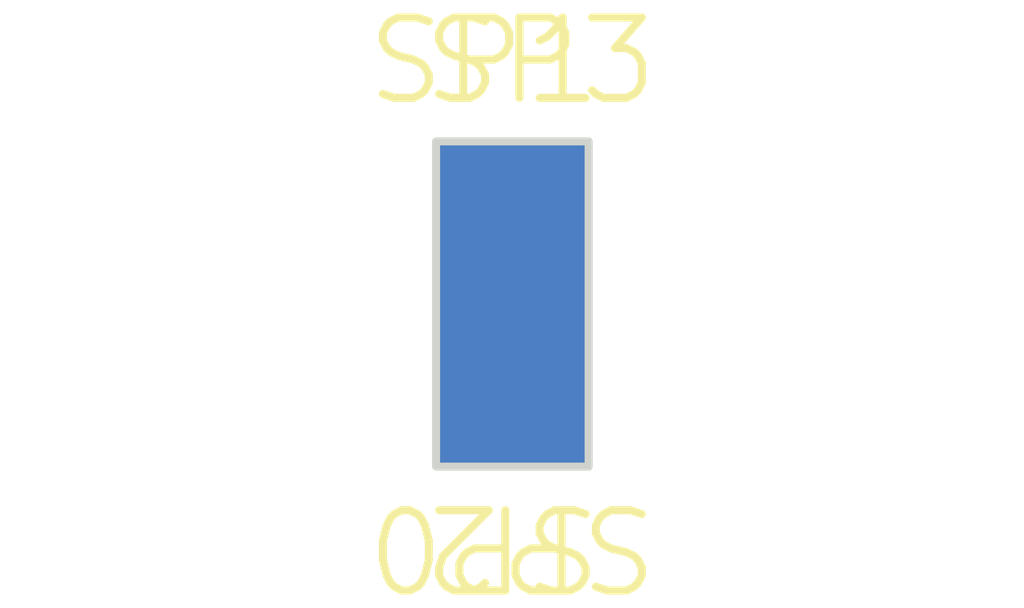
<source format=kicad_pcb>
(kicad_pcb (version 20240108) (generator "pcbnew") (generator_version "8.0")
  (layers (0 "F.Cu" signal) (31 "B.Cu" signal) (34 "B.Paste" user) (35 "F.Paste" user) (36 "B.SilkS" user "B.Silkscreen") (37 "F.SilkS" user "F.Silkscreen") (38 "B.Mask" user) (39 "F.Mask" user) (44 "Edge.Cuts" user))
  (net 0 "")
  (net 1 "/A_+")
  (net 2 "/A_-")
  (footprint "simulation_port:pad_0.5mm" (layer "F.Cu") (at 148.6 128.45)
    (property "Reference" "SP1" (at 0 -4.5 0) (layer "F.SilkS") (effects (font (thickness 0.1))))
    (property "Value" "Simulation_Port")
    (pad "1" smd roundrect (at 0 0) (size 0.5 0.5) (layers "F.Cu" "F.Paste" "F.Mask") (roundrect_rratio 0.1) (net 1 "/A_+"))
  )
  (footprint "simulation_port:pad_0.5mm" (layer "F.Cu") (at 148.6 125.5 180)
    (property "Reference" "SP0" (at 0 -4.5 180) (layer "F.SilkS") (effects (font (thickness 0.1))))
    (property "Value" "Simulation_Port")
    (pad "1" smd roundrect (at 0 0 180) (size 0.5 0.5) (layers "F.Cu" "F.Paste" "F.Mask") (roundrect_rratio 0.1) (net 1 "/A_+"))
  )
  (footprint "simulation_port:pad_0.5mm" (layer "F.Cu") (at 149.3 128.45)
    (property "Reference" "SP3" (at 0 -4.5 0) (layer "F.SilkS") (effects (font (thickness 0.1))))
    (property "Value" "Simulation_Port")
    (pad "1" smd roundrect (at 0 0) (size 0.5 0.5) (layers "F.Cu" "F.Paste" "F.Mask") (roundrect_rratio 0.1) (net 2 "/A_-"))
  )
  (footprint "simulation_port:pad_0.5mm" (layer "F.Cu") (at 149.3 125.5 180)
    (property "Reference" "SP2" (at 0 -4.5 180) (layer "F.SilkS") (effects (font (thickness 0.1))))
    (property "Value" "Simulation_Port")
    (pad "1" smd roundrect (at 0 0 180) (size 0.5 0.5) (layers "F.Cu" "F.Paste" "F.Mask") (roundrect_rratio 0.1) (net 2 "/A_-"))
  )
  (gr_rect (start 148 124.95) (end 149.9 129) (stroke (width 0.1)) (fill none) (layer "Edge.Cuts"))
  (segment (start 148.6 125.5) (end 148.6 128.45) (width 0.5) (layer "F.Cu") (net 1))
  (segment (start 149.3 125.5) (end 149.3 128.45) (width 0.5) (layer "F.Cu") (net 2))
  (zone (net 0) (net_name "") (layer "B.Cu") (connect_pads (clearance 0.508)) (min_thickness 0.254) (fill yes (thermal_gap 0.508) (thermal_bridge_width 0.508))
    (polygon (pts (xy 149.9 129) (xy 148 129) (xy 148 124.95) (xy 149.9 124.95)))
  )
)
</source>
